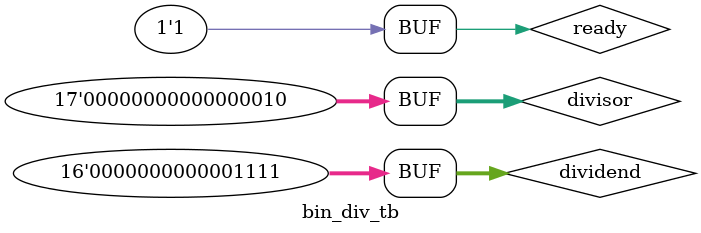
<source format=v>
`include "Bin_div.v"
module bin_div_tb;

reg[15:0]dividend;
reg[16:0]divisor;
reg ready;


wire [15:0]quotient;
wire [16:0]remainder;

bin_div DUT(.dividend(dividend),.divisor(divisor),.quot(quotient),.remainder(remainder),.ready(ready));

initial
$monitor($time," Dividend=%d  divisor=%d, quotient=%d, remainder=%d",dividend,divisor,quotient,remainder);

initial
begin
ready=1'b0;
#1 dividend=16'd65535;divisor=16'd65535;
#1 ready=1'b1;
#100 ready=1'b0;
#1 dividend=16'd64;divisor=16'd3;
#1 ready=1'b1;
#100 ready=1'b0;
#1 dividend=16'd100;divisor=16'd2;
#1 ready=1'b1;
#100 ready=1'b0;
#1 dividend=16'd30;divisor=16'd15;
#1 ready=1'b1;
#100 ready=1'b0;
#1 dividend=16'd15;divisor=16'd2;
#1 ready=1'b1;

end

endmodule

</source>
